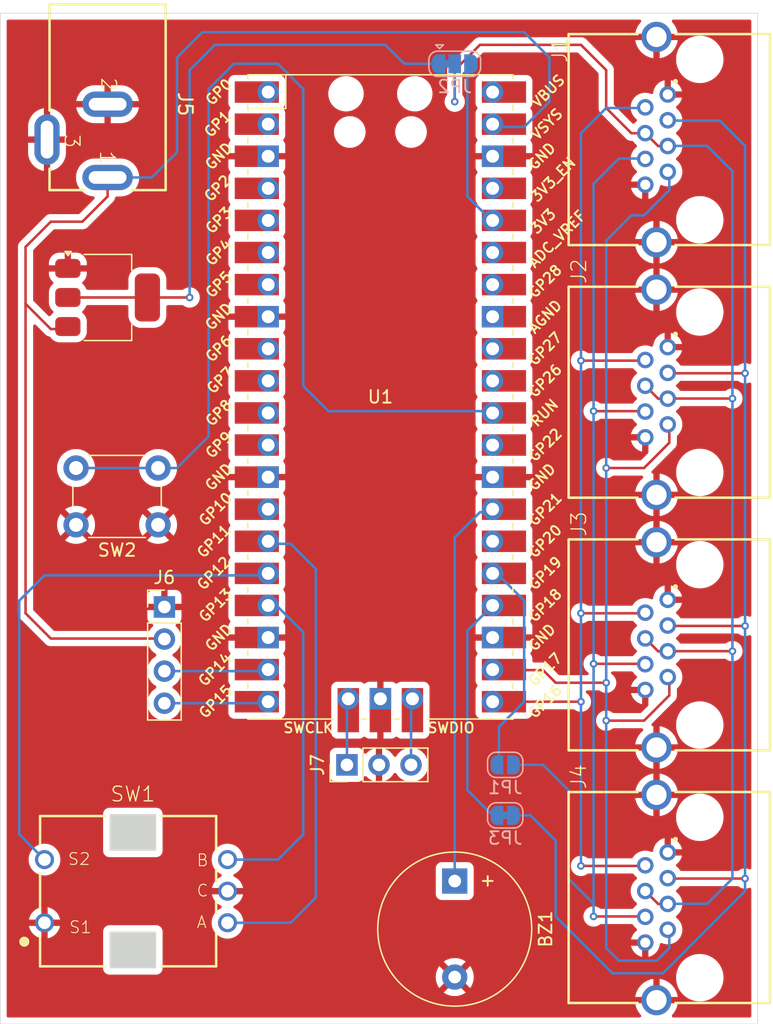
<source format=kicad_pcb>
(kicad_pcb (version 20240108) (generator "pcbnew") (generator_version "8.0")
  (title_block (title "Laser-Parkour Controller") (date "2024-08-25") (rev "01") (company "Manuel König HHN HTWG x42.space"))
  (layers (0 "F.Cu" signal) (31 "B.Cu" signal) (34 "B.Paste" user) (35 "F.Paste" user) (36 "B.SilkS" user "B.Silkscreen") (37 "F.SilkS" user "F.Silkscreen") (38 "B.Mask" user) (39 "F.Mask" user) (44 "Edge.Cuts" user))
  (net 0 "")
  (net 1 "GND")
  (net 2 "/BZ1")
  (net 3 "/SCL0")
  (net 4 "+3.3V")
  (net 5 "/AT_RS")
  (net 6 "/SDA0")
  (net 7 "Net-(JP1-B)")
  (net 8 "+5V")
  (net 9 "/SDA1")
  (net 10 "/SCL1")
  (net 11 "/RE_A")
  (net 12 "/RE_S")
  (net 13 "/RUN")
  (net 17 "Net-(J7-Pin_1)")
  (net 21 "Net-(J7-Pin_3)")
  (net 28 "unconnected-(U1-GPIO28_ADC2-Pad34)_1")
  (net 29 "/FU")
  (net 36 "+3V3")
  (net 46 "unconnected-(U1-GPIO10-Pad14)")
  (net 47 "/RE_B")
  (net 58 "Net-(JP2-A)")
  (net 59 "Net-(JP3-B)")
  (footprint "Button_Switch_THT:SW_PUSH_6mm_H4.3mm" (layer "F.Cu") (at 112.5 90.5 180)
    (property "Reference" "SW2" (at 3.25 -2 360) (layer "F.SilkS"))
    (property "Value" "SW_Push")
    (pad "1" thru_hole circle (at 0 0 270) (size 2 2) (drill 1.1) (layers "*.Cu" "*.Mask") (net 1 "GND"))
    (pad "1" thru_hole circle (at 6.5 0 270) (size 2 2) (drill 1.1) (layers "*.Cu" "*.Mask") (net 1 "GND"))
    (pad "2" thru_hole circle (at 0 4.5 270) (size 2 2) (drill 1.1) (layers "*.Cu" "*.Mask") (net 13 "/RUN"))
    (pad "2" thru_hole circle (at 6.5 4.5 270) (size 2 2) (drill 1.1) (layers "*.Cu" "*.Mask") (net 13 "/RUN"))
  )
  (footprint "Buzzer_Beeper:Buzzer_12x9.5RM7.6" (layer "F.Cu") (at 136 118.7 -90)
    (property "Reference" "BZ1" (at 3.8 -7.2 90) (layer "F.SilkS"))
    (property "Value" "Buzzer")
    (fp_text user "+" (at -0.01 -2.54 90) (layer "F.SilkS"))
    (pad "1" thru_hole rect (at 0 0 270) (size 2 2) (drill 1) (layers "*.Cu" "*.Mask") (net 2 "/BZ1"))
    (pad "2" thru_hole circle (at 7.6 0 270) (size 2 2) (drill 1) (layers "*.Cu" "*.Mask") (net 1 "GND"))
  )
  (footprint "Library:WR-MJ Modular Jack Horizontal Shielded w. EMI Panel Finger 8P8C Tab Up" (layer "F.Cu") (at 153 100 90)
    (property "Reference" "J3" (at 8.5 -6.485 90) (layer "F.SilkS") (effects (font (size 1.1684 1.1684) (thickness 0.1016)) (justify left bottom)))
    (property "Value" "RJ45")
    (pad "" np_thru_hole circle (at -6.35 2.415 90) (size 3.25 3.25) (drill 3.25) (layers "*.Cu" "*.Mask"))
    (pad "" np_thru_hole circle (at 6.35 2.415 90) (size 3.25 3.25) (drill 3.25) (layers "*.Cu" "*.Mask"))
    (pad "1" thru_hole circle (at 3.57 -0.125 90) (size 1.308 1.308) (drill 0.8) (layers "*.Cu" "*.Mask") (net 1 "GND"))
    (pad "2" thru_hole circle (at 2.55 -1.905 90) (size 1.308 1.308) (drill 0.8) (layers "*.Cu" "*.Mask") (net 6 "/SDA0"))
    (pad "3" thru_hole circle (at 1.53 -0.125 90) (size 1.308 1.308) (drill 0.8) (layers "*.Cu" "*.Mask") (net 59 "Net-(JP3-B)"))
    (pad "4" thru_hole circle (at 0.51 -1.905 90) (size 1.308 1.308) (drill 0.8) (layers "*.Cu" "*.Mask") (net 4 "+3.3V"))
    (pad "5" thru_hole circle (at -0.51 -0.125 90) (size 1.308 1.308) (drill 0.8) (layers "*.Cu" "*.Mask") (net 4 "+3.3V"))
    (pad "6" thru_hole circle (at -1.53 -1.905 90) (size 1.308 1.308) (drill 0.8) (layers "*.Cu" "*.Mask") (net 7 "Net-(JP1-B)"))
    (pad "7" thru_hole circle (at -2.55 -0.125 90) (size 1.308 1.308) (drill 0.8) (layers "*.Cu" "*.Mask") (net 3 "/SCL0"))
    (pad "8" thru_hole circle (at -3.57 -1.905 90) (size 1.308 1.308) (drill 0.8) (layers "*.Cu" "*.Mask") (net 1 "GND"))
    (pad "SH" thru_hole circle (at -8.125 -1.015 90) (size 2.4 2.4) (drill 1.6) (layers "*.Cu" "*.Mask") (net 1 "GND"))
    (pad "SH" thru_hole circle (at 8.125 -1.015 90) (size 2.4 2.4) (drill 1.6) (layers "*.Cu" "*.Mask") (net 1 "GND"))
  )
  (footprint "Connector_PinHeader_2.54mm:PinHeader_1x04_P2.54mm_Vertical" (layer "F.Cu") (at 113 97)
    (property "Reference" "J6" (at 0 -2.33 360) (layer "F.SilkS"))
    (property "Value" "Conn_01x04_Pin")
    (pad "1" thru_hole rect (at 0 0) (size 1.7 1.7) (drill 1) (layers "*.Cu" "*.Mask") (net 1 "GND"))
    (pad "2" thru_hole oval (at 0 2.54) (size 1.7 1.7) (drill 1) (layers "*.Cu" "*.Mask") (net 8 "+5V"))
    (pad "3" thru_hole oval (at 0 5.08) (size 1.7 1.7) (drill 1) (layers "*.Cu" "*.Mask") (net 9 "/SDA1"))
    (pad "4" thru_hole oval (at 0 7.62) (size 1.7 1.7) (drill 1) (layers "*.Cu" "*.Mask") (net 10 "/SCL1"))
  )
  (footprint "Library:WR-MJ Modular Jack Horizontal Shielded w. EMI Panel Finger 8P8C Tab Up" (layer "F.Cu") (at 153 120 90)
    (property "Reference" "J4" (at 8.5 -6.5 90) (layer "F.SilkS") (effects (font (size 1.1684 1.1684) (thickness 0.1016)) (justify left bottom)))
    (property "Value" "RJ45")
    (pad "" np_thru_hole circle (at -6.35 2.415 90) (size 3.25 3.25) (drill 3.25) (layers "*.Cu" "*.Mask"))
    (pad "" np_thru_hole circle (at 6.35 2.415 90) (size 3.25 3.25) (drill 3.25) (layers "*.Cu" "*.Mask"))
    (pad "1" thru_hole circle (at 3.57 -0.125 90) (size 1.308 1.308) (drill 0.8) (layers "*.Cu" "*.Mask") (net 1 "GND"))
    (pad "2" thru_hole circle (at 2.55 -1.905 90) (size 1.308 1.308) (drill 0.8) (layers "*.Cu" "*.Mask") (net 6 "/SDA0"))
    (pad "3" thru_hole circle (at 1.53 -0.125 90) (size 1.308 1.308) (drill 0.8) (layers "*.Cu" "*.Mask") (net 59 "Net-(JP3-B)"))
    (pad "4" thru_hole circle (at 0.51 -1.905 90) (size 1.308 1.308) (drill 0.8) (layers "*.Cu" "*.Mask") (net 4 "+3.3V"))
    (pad "5" thru_hole circle (at -0.51 -0.125 90) (size 1.308 1.308) (drill 0.8) (layers "*.Cu" "*.Mask") (net 4 "+3.3V"))
    (pad "6" thru_hole circle (at -1.53 -1.905 90) (size 1.308 1.308) (drill 0.8) (layers "*.Cu" "*.Mask") (net 7 "Net-(JP1-B)"))
    (pad "7" thru_hole circle (at -2.55 -0.125 90) (size 1.308 1.308) (drill 0.8) (layers "*.Cu" "*.Mask") (net 3 "/SCL0"))
    (pad "8" thru_hole circle (at -3.57 -1.905 90) (size 1.308 1.308) (drill 0.8) (layers "*.Cu" "*.Mask") (net 1 "GND"))
    (pad "SH" thru_hole circle (at -8.125 -1.015 90) (size 2.4 2.4) (drill 1.6) (layers "*.Cu" "*.Mask") (net 1 "GND"))
    (pad "SH" thru_hole circle (at 8.125 -1.015 90) (size 2.4 2.4) (drill 1.6) (layers "*.Cu" "*.Mask") (net 1 "GND"))
  )
  (footprint "Library:WR-MJ Modular Jack Horizontal Shielded w. EMI Panel Finger 8P8C Tab Up" (layer "F.Cu") (at 153 60 90)
    (property "Reference" "J1" (at 6 -8 90) (layer "F.SilkS") (effects (font (size 1.1684 1.1684) (thickness 0.1016)) (justify left bottom)))
    (property "Value" "RJ45")
    (pad "" np_thru_hole circle (at -6.35 2.415 90) (size 3.25 3.25) (drill 3.25) (layers "*.Cu" "*.Mask"))
    (pad "" np_thru_hole circle (at 6.35 2.415 90) (size 3.25 3.25) (drill 3.25) (layers "*.Cu" "*.Mask"))
    (pad "1" thru_hole circle (at 3.57 -0.125 90) (size 1.308 1.308) (drill 0.8) (layers "*.Cu" "*.Mask") (net 1 "GND"))
    (pad "2" thru_hole circle (at 2.55 -1.905 90) (size 1.308 1.308) (drill 0.8) (layers "*.Cu" "*.Mask") (net 6 "/SDA0"))
    (pad "3" thru_hole circle (at 1.53 -0.125 90) (size 1.308 1.308) (drill 0.8) (layers "*.Cu" "*.Mask") (net 59 "Net-(JP3-B)"))
    (pad "4" thru_hole circle (at 0.51 -1.905 90) (size 1.308 1.308) (drill 0.8) (layers "*.Cu" "*.Mask") (net 4 "+3.3V"))
    (pad "5" thru_hole circle (at -0.51 -0.125 90) (size 1.308 1.308) (drill 0.8) (layers "*.Cu" "*.Mask") (net 4 "+3.3V"))
    (pad "6" thru_hole circle (at -1.53 -1.905 90) (size 1.308 1.308) (drill 0.8) (layers "*.Cu" "*.Mask") (net 7 "Net-(JP1-B)"))
    (pad "7" thru_hole circle (at -2.55 -0.125 90) (size 1.308 1.308) (drill 0.8) (layers "*.Cu" "*.Mask") (net 3 "/SCL0"))
    (pad "8" thru_hole circle (at -3.57 -1.905 90) (size 1.308 1.308) (drill 0.8) (layers "*.Cu" "*.Mask") (net 1 "GND"))
    (pad "SH" thru_hole circle (at -8.125 -1.015 90) (size 2.4 2.4) (drill 1.6) (layers "*.Cu" "*.Mask") (net 1 "GND"))
    (pad "SH" thru_hole circle (at 8.125 -1.015 90) (size 2.4 2.4) (drill 1.6) (layers "*.Cu" "*.Mask") (net 1 "GND"))
  )
  (footprint "Library:RPi_Pico_SMD_TH" (layer "F.Cu") (at 130.11 80.37)
    (property "Reference" "U1" (at 0 0 0) (layer "F.SilkS"))
    (property "Value" "Pico")
    (fp_text user "GP0" (at -12.8 -24.13 45) (layer "F.SilkS") (effects (font (size 0.8 0.8))))
    (fp_text user "GP16" (at 13.054 24.13 45) (layer "F.SilkS") (effects (font (size 0.8 0.8))))
    (fp_text user "GND" (at 12.8 6.35 45) (layer "F.SilkS") (effects (font (size 0.8 0.8))))
    (fp_text user "GND" (at 12.8 19.05 45) (layer "F.SilkS") (effects (font (size 0.8 0.8))))
    (fp_text user "GP4" (at -12.8 -11.43 45) (layer "F.SilkS") (effects (font (size 0.8 0.8))))
    (fp_text user "GP22" (at 13.054 3.81 45) (layer "F.SilkS") (effects (font (size 0.8 0.8))))
    (fp_text user "GP10" (at -13.054 8.89 45) (layer "F.SilkS") (effects (font (size 0.8 0.8))))
    (fp_text user "GP15" (at -13.054 24.13 45) (layer "F.SilkS") (effects (font (size 0.8 0.8))))
    (fp_text user "GP2" (at -12.9 -16.51 45) (layer "F.SilkS") (effects (font (size 0.8 0.8))))
    (fp_text user "GP18" (at 13.054 16.51 45) (layer "F.SilkS") (effects (font (size 0.8 0.8))))
    (fp_text user "GP21" (at 13.054 8.9 45) (layer "F.SilkS") (effects (font (size 0.8 0.8))))
    (fp_text user "GP27" (at 13.054 -3.8 45) (layer "F.SilkS") (effects (font (size 0.8 0.8))))
    (fp_text user "GND" (at -12.8 19.05 45) (layer "F.SilkS") (effects (font (size 0.8 0.8))))
    (fp_text user "SWDIO" (at 5.6 26.2 0) (layer "F.SilkS") (effects (font (size 0.8 0.8))))
    (fp_text user "3V3" (at 12.9 -13.9 45) (layer "F.SilkS") (effects (font (size 0.8 0.8))))
    (fp_text user "3V3_EN" (at 13.7 -17.2 45) (layer "F.SilkS") (effects (font (size 0.8 0.8))))
    (fp_text user "GP14" (at -13.1 21.59 45) (layer "F.SilkS") (effects (font (size 0.8 0.8))))
    (fp_text user "GP3" (at -12.8 -13.97 45) (layer "F.SilkS") (effects (font (size 0.8 0.8))))
    (fp_text user "GP7" (at -12.7 -1.3 45) (layer "F.SilkS") (effects (font (size 0.8 0.8))))
    (fp_text user "GND" (at -12.8 6.35 45) (layer "F.SilkS") (effects (font (size 0.8 0.8))))
    (fp_text user "GP12" (at -13.2 13.97 45) (layer "F.SilkS") (effects (font (size 0.8 0.8))))
    (fp_text user "VSYS" (at 13.2 -21.59 45) (layer "F.SilkS") (effects (font (size 0.8 0.8))))
    (fp_text user "VBUS" (at 13.3 -24.2 45) (layer "F.SilkS") (effects (font (size 0.8 0.8))))
    (fp_text user "RUN" (at 13 1.27 45) (layer "F.SilkS") (effects (font (size 0.8 0.8))))
    (fp_text user "GP1" (at -12.9 -21.6 45) (layer "F.SilkS") (effects (font (size 0.8 0.8))))
    (fp_text user "GP6" (at -12.8 -3.81 45) (layer "F.SilkS") (effects (font (size 0.8 0.8))))
    (fp_text user "GND" (at -12.8 -19.05 45) (layer "F.SilkS") (effects (font (size 0.8 0.8))))
    (fp_text user "GP19" (at 13.054 13.97 45) (layer "F.SilkS") (effects (font (size 0.8 0.8))))
    (fp_text user "ADC_VREF" (at 14 -12.5 45) (layer "F.SilkS") (effects (font (size 0.8 0.8))))
    (fp_text user "SWCLK" (at -5.7 26.2 0) (layer "F.SilkS") (effects (font (size 0.8 0.8))))
    (fp_text user "GP13" (at -13.054 16.51 45) (layer "F.SilkS") (effects (font (size 0.8 0.8))))
    (fp_text user "GP20" (at 13.054 11.43 45) (layer "F.SilkS") (effects (font (size 0.8 0.8))))
    (fp_text user "GP5" (at -12.8 -8.89 45) (layer "F.SilkS") (effects (font (size 0.8 0.8))))
    (fp_text user "GP8" (at -12.8 1.27 45) (layer "F.SilkS") (effects (font (size 0.8 0.8))))
    (fp_text user "GP26" (at 13.054 -1.27 45) (layer "F.SilkS") (effects (font (size 0.8 0.8))))
    (fp_text user "AGND" (at 13.054 -6.35 45) (layer "F.SilkS") (effects (font (size 0.8 0.8))))
    (fp_text user "GP11" (at -13.2 11.43 45) (layer "F.SilkS") (effects (font (size 0.8 0.8))))
    (fp_text user "GP17" (at 13.054 21.59 45) (layer "F.SilkS") (effects (font (size 0.8 0.8))))
    (fp_text user "GND" (at -12.8 -6.35 45) (layer "F.SilkS") (effects (font (size 0.8 0.8))))
    (fp_text user "GP28" (at 13.054 -9.144 45) (layer "F.SilkS") (effects (font (size 0.8 0.8))))
    (fp_text user "GP9" (at -12.8 3.81 45) (layer "F.SilkS") (effects (font (size 0.8 0.8))))
    (fp_text user "GND" (at 12.8 -19.05 45) (layer "F.SilkS") (effects (font (size 0.8 0.8))))
    (pad "" np_thru_hole oval (at -2.725 -24) (size 1.8 1.8) (drill 1.8) (layers "*.Cu" "*.Mask"))
    (pad "" np_thru_hole oval (at -2.425 -20.97) (size 1.5 1.5) (drill 1.5) (layers "*.Cu" "*.Mask"))
    (pad "" np_thru_hole oval (at 2.425 -20.97) (size 1.5 1.5) (drill 1.5) (layers "*.Cu" "*.Mask"))
    (pad "" np_thru_hole oval (at 2.725 -24) (size 1.8 1.8) (drill 1.8) (layers "*.Cu" "*.Mask"))
    (pad "1" thru_hole oval (at -8.89 -24.13) (size 1.7 1.7) (drill 1.02) (layers "*.Cu" "*.Mask"))
    (pad "1" smd rect (at -8.89 -24.13) (size 3.5 1.7) (drill (offset -0.9 0)) (layers "F.Cu" "F.Mask"))
    (pad "2" thru_hole oval (at -8.89 -21.59) (size 1.7 1.7) (drill 1.02) (layers "*.Cu" "*.Mask"))
    (pad "2" smd rect (at -8.89 -21.59) (size 3.5 1.7) (drill (offset -0.9 0)) (layers "F.Cu" "F.Mask"))
    (pad "3" thru_hole rect (at -8.89 -19.05) (size 1.7 1.7) (drill 1.02) (layers "*.Cu" "*.Mask") (net 1 "GND"))
    (pad "3" smd rect (at -8.89 -19.05) (size 3.5 1.7) (drill (offset -0.9 0)) (layers "F.Cu" "F.Mask") (net 1 "GND"))
    (pad "4" thru_hole oval (at -8.89 -16.51) (size 1.7 1.7) (drill 1.02) (layers "*.Cu" "*.Mask"))
    (pad "4" smd rect (at -8.89 -16.51) (size 3.5 1.7) (drill (offset -0.9 0)) (layers "F.Cu" "F.Mask"))
    (pad "5" thru_hole oval (at -8.89 -13.97) (size 1.7 1.7) (drill 1.02) (layers "*.Cu" "*.Mask"))
    (pad "5" smd rect (at -8.89 -13.97) (size 3.5 1.7) (drill (offset -0.9 0)) (layers "F.Cu" "F.Mask"))
    (pad "6" thru_hole oval (at -8.89 -11.43) (size 1.7 1.7) (drill 1.02) (layers "*.Cu" "*.Mask"))
    (pad "6" smd rect (at -8.89 -11.43) (size 3.5 1.7) (drill (offset -0.9 0)) (layers "F.Cu" "F.Mask"))
    (pad "7" thru_hole oval (at -8.89 -8.89) (size 1.7 1.7) (drill 1.02) (layers "*.Cu" "*.Mask"))
    (pad "7" smd rect (at -8.89 -8.89) (size 3.5 1.7) (drill (offset -0.9 0)) (layers "F.Cu" "F.Mask"))
    (pad "8" thru_hole rect (at -8.89 -6.35) (size 1.7 1.7) (drill 1.02) (layers "*.Cu" "*.Mask") (net 1 "GND"))
    (pad "8" smd rect (at -8.89 -6.35) (size 3.5 1.7) (drill (offset -0.9 0)) (layers "F.Cu" "F.Mask") (net 1 "GND"))
    (pad "9" thru_hole oval (at -8.89 -3.81) (size 1.7 1.7) (drill 1.02) (layers "*.Cu" "*.Mask"))
    (pad "9" smd rect (at -8.89 -3.81) (size 3.5 1.7) (drill (offset -0.9 0)) (layers "F.Cu" "F.Mask"))
    (pad "10" thru_hole oval (at -8.89 -1.27) (size 1.7 1.7) (drill 1.02) (layers "*.Cu" "*.Mask"))
    (pad "10" smd rect (at -8.89 -1.27) (size 3.5 1.7) (drill (offset -0.9 0)) (layers "F.Cu" "F.Mask"))
    (pad "11" thru_hole oval (at -8.89 1.27) (size 1.7 1.7) (drill 1.02) (layers "*.Cu" "*.Mask"))
    (pad "11" smd rect (at -8.89 1.27) (size 3.5 1.7) (drill (offset -0.9 0)) (layers "F.Cu" "F.Mask"))
    (pad "12" thru_hole oval (at -8.89 3.81) (size 1.7 1.7) (drill 1.02) (layers "*.Cu" "*.Mask"))
    (pad "12" smd rect (at -8.89 3.81) (size 3.5 1.7) (drill (offset -0.9 0)) (layers "F.Cu" "F.Mask"))
    (pad "13" thru_hole rect (at -8.89 6.35) (size 1.7 1.7) (drill 1.02) (layers "*.Cu" "*.Mask") (net 1 "GND"))
    (pad "13" smd rect (at -8.89 6.35) (size 3.5 1.7) (drill (offset -0.9 0)) (layers "F.Cu" "F.Mask") (net 1 "GND"))
    (pad "14" thru_hole oval (at -8.89 8.89) (size 1.7 1.7) (drill 1.02) (layers "*.Cu" "*.Mask") (net 46 "unconnected-(U1-GPIO10-Pad14)"))
    (pad "14" smd rect (at -8.89 8.89) (size 3.5 1.7) (drill (offset -0.9 0)) (layers "F.Cu" "F.Mask") (net 46 "unconnected-(U1-GPIO10-Pad14)"))
    (pad "15" thru_hole oval (at -8.89 11.43) (size 1.7 1.7) (drill 1.02) (layers "*.Cu" "*.Mask") (net 11 "/RE_A"))
    (pad "15" smd rect (at -8.89 11.43) (size 3.5 1.7) (drill (offset -0.9 0)) (layers "F.Cu" "F.Mask") (net 11 "/RE_A"))
    (pad "16" thru_hole oval (at -8.89 13.97) (size 1.7 1.7) (drill 1.02) (layers "*.Cu" "*.Mask") (net 12 "/RE_S"))
    (pad "16" smd rect (at -8.89 13.97) (size 3.5 1.7) (drill (offset -0.9 0)) (layers "F.Cu" "F.Mask") (net 12 "/RE_S"))
    (pad "17" thru_hole oval (at -8.89 16.51) (size 1.7 1.7) (drill 1.02) (layers "*.Cu" "*.Mask") (net 47 "/RE_B"))
    (pad "17" smd rect (at -8.89 16.51) (size 3.5 1.7) (drill (offset -0.9 0)) (layers "F.Cu" "F.Mask") (net 47 "/RE_B"))
    (pad "18" thru_hole rect (at -8.89 19.05) (size 1.7 1.7) (drill 1.02) (layers "*.Cu" "*.Mask") (net 1 "GND"))
    (pad "18" smd rect (at -8.89 19.05) (size 3.5 1.7) (drill (offset -0.9 0)) (layers "F.Cu" "F.Mask") (net 1 "GND"))
    (pad "19" thru_hole oval (at -8.89 21.59) (size 1.7 1.7) (drill 1.02) (layers "*.Cu" "*.Mask") (net 9 "/SDA1"))
    (pad "19" smd rect (at -8.89 21.59) (size 3.5 1.7) (drill (offset -0.9 0)) (layers "F.Cu" "F.Mask") (net 9 "/SDA1"))
    (pad "20" thru_hole oval (at -8.89 24.13) (size 1.7 1.7) (drill 1.02) (layers "*.Cu" "*.Mask") (net 10 "/SCL1"))
    (pad "20" smd rect (at -8.89 24.13) (size 3.5 1.7) (drill (offset -0.9 0)) (layers "F.Cu" "F.Mask") (net 10 "/SCL1"))
    (pad "21" thru_hole oval (at 8.89 24.13) (size 1.7 1.7) (drill 1.02) (layers "*.Cu" "*.Mask") (net 6 "/SDA0"))
    (pad "21" smd rect (at 8.89 24.13) (size 3.5 1.7) (drill (offset 0.9 0)) (layers "F.Cu" "F.Mask") (net 6 "/SDA0"))
    (pad "22" thru_hole oval (at 8.89 21.59) (size 1.7 1.7) (drill 1.02) (layers "*.Cu" "*.Mask") (net 3 "/SCL0"))
    (pad "22" smd rect (at 8.89 21.59) (size 3.5 1.7) (drill (offset 0.9 0)) (layers "F.Cu" "F.Mask") (net 3 "/SCL0"))
    (pad "23" thru_hole rect (at 8.89 19.05) (size 1.7 1.7) (drill 1.02) (layers "*.Cu" "*.Mask") (net 1 "GND"))
    (pad "23" smd rect (at 8.89 19.05) (size 3.5 1.7) (drill (offset 0.9 0)) (layers "F.Cu" "F.Mask") (net 1 "GND"))
    (pad "24" thru_hole oval (at 8.89 16.51) (size 1.7 1.7) (drill 1.02) (layers "*.Cu" "*.Mask") (net 5 "/AT_RS"))
    (pad "24" smd rect (at 8.89 16.51) (size 3.5 1.7) (drill (offset 0.9 0)) (layers "F.Cu" "F.Mask") (net 5 "/AT_RS"))
    (pad "25" thru_hole oval (at 8.89 13.97) (size 1.7 1.7) (drill 1.02) (layers "*.Cu" "*.Mask") (net 29 "/FU"))
    (pad "25" smd rect (at 8.89 13.97) (size 3.5 1.7) (drill (offset 0.9 0)) (layers "F.Cu" "F.Mask") (net 29 "/FU"))
    (pad "26" thru_hole oval (at 8.89 11.43) (size 1.7 1.7) (drill 1.02) (layers "*.Cu" "*.Mask"))
    (pad "26" smd rect (at 8.89 11.43) (size 3.5 1.7) (drill (offset 0.9 0)) (layers "F.Cu" "F.Mask"))
    (pad "27" thru_hole oval (at 8.89 8.89) (size 1.7 1.7) (drill 1.02) (layers "*.Cu" "*.Mask") (net 2 "/BZ1"))
    (pad "27" smd rect (at 8.89 8.89) (size 3.5 1.7) (drill (offset 0.9 0)) (layers "F.Cu" "F.Mask") (net 2 "/BZ1"))
    (pad "28" thru_hole rect (at 8.89 6.35) (size 1.7 1.7) (drill 1.02) (layers "*.Cu" "*.Mask") (net 1 "GND"))
    (pad "28" smd rect (at 8.89 6.35) (size 3.5 1.7) (drill (offset 0.9 0)) (layers "F.Cu" "F.Mask") (net 1 "GND"))
    (pad "29" thru_hole oval (at 8.89 3.81) (size 1.7 1.7) (drill 1.02) (layers "*.Cu" "*.Mask"))
    (pad "29" smd rect (at 8.89 3.81) (size 3.5 1.7) (drill (offset 0.9 0)) (layers "F.Cu" "F.Mask"))
    (pad "30" thru_hole oval (at 8.89 1.27) (size 1.7 1.7) (drill 1.02) (layers "*.Cu" "*.Mask") (net 13 "/RUN"))
    (pad "30" smd rect (at 8.89 1.27) (size 3.5 1.7) (drill (offset 0.9 0)) (layers "F.Cu" "F.Mask") (net 13 "/RUN"))
    (pad "31" thru_hole oval (at 8.89 -1.27) (size 1.7 1.7) (drill 1.02) (layers "*.Cu" "*.Mask"))
    (pad "31" smd rect (at 8.89 -1.27) (size 3.5 1.7) (drill (offset 0.9 0)) (layers "F.Cu" "F.Mask"))
    (pad "32" thru_hole oval (at 8.89 -3.81) (size 1.7 1.7) (drill 1.02) (layers "*.Cu" "*.Mask"))
    (pad "32" smd rect (at 8.89 -3.81) (size 3.5 1.7) (drill (offset 0.9 0)) (layers "F.Cu" "F.Mask"))
    (pad "33" thru_hole rect (at 8.89 -6.35) (size 1.7 1.7) (drill 1.02) (layers "*.Cu" "*.Mask"))
    (pad "33" smd rect (at 8.89 -6.35) (size 3.5 1.7) (drill (offset 0.9 0)) (layers "F.Cu" "F.Mask"))
    (pad "34" thru_hole oval (at 8.89 -8.89) (size 1.7 1.7) (drill 1.02) (layers "*.Cu" "*.Mask") (net 28 "unconnected-(U1-GPIO28_ADC2-Pad34)_1"))
    (pad "34" smd rect (at 8.89 -8.89) (size 3.5 1.7) (drill (offset 0.9 0)) (layers "F.Cu" "F.Mask"))
    (pad "35" thru_hole oval (at 8.89 -11.43) (size 1.7 1.7) (drill 1.02) (layers "*.Cu" "*.Mask"))
    (pad "35" smd rect (at 8.89 -11.43) (size 3.5 1.7) (drill (offset 0.9 0)) (layers "F.Cu" "F.Mask"))
    (pad "36" thru_hole oval (at 8.89 -13.97) (size 1.7 1.7) (drill 1.02) (layers "*.Cu" "*.Mask") (net 36 "+3V3"))
    (pad "36" smd rect (at 8.89 -13.97) (size 3.5 1.7) (drill (offset 0.9 0)) (layers "F.Cu" "F.Mask") (net 36 "+3V3"))
    (pad "37" thru_hole oval (at 8.89 -16.51) (size 1.7 1.7) (drill 1.02) (layers "*.Cu" "*.Mask"))
    (pad "37" smd rect (at 8.89 -16.51) (size 3.5 1.7) (drill (offset 0.9 0)) (layers "F.Cu" "F.Mask"))
    (pad "38" thru_hole rect (at 8.89 -19.05) (size 1.7 1.7) (drill 1.02) (layers "*.Cu" "*.Mask") (net 1 "GND"))
    (pad "38" smd rect (at 8.89 -19.05) (size 3.5 1.7) (drill (offset 0.9 0)) (layers "F.Cu" "F.Mask") (net 1 "GND"))
    (pad "39" thru_hole oval (at 8.89 -21.59) (size 1.7 1.7) (drill 1.02) (layers "*.Cu" "*.Mask") (net 8 "+5V"))
    (pad "39" smd rect (at 8.89 -21.59) (size 3.5 1.7) (drill (offset 0.9 0)) (layers "F.Cu" "F.Mask") (net 8 "+5V"))
    (pad "40" thru_hole oval (at 8.89 -24.13) (size 1.7 1.7) (drill 1.02) (layers "*.Cu" "*.Mask"))
    (pad "40" smd rect (at 8.89 -24.13) (size 3.5 1.7) (drill (offset 0.9 0)) (layers "F.Cu" "F.Mask"))
    (pad "41" thru_hole oval (at -2.54 23.9) (size 1.7 1.7) (drill 1.02) (layers "*.Cu" "*.Mask") (net 17 "Net-(J7-Pin_1)"))
    (pad "41" smd rect (at -2.54 23.9 90) (size 3.5 1.7) (drill (offset -0.9 0)) (layers "F.Cu" "F.Mask") (net 17 "Net-(J7-Pin_1)"))
    (pad "42" thru_hole rect (at 0 23.9) (size 1.7 1.7) (drill 1.02) (layers "*.Cu" "*.Mask") (net 1 "GND"))
    (pad "42" smd rect (at 0 23.9 90) (size 3.5 1.7) (drill (offset -0.9 0)) (layers "F.Cu" "F.Mask") (net 1 "GND"))
    (pad "43" thru_hole oval (at 2.54 23.9) (size 1.7 1.7) (drill 1.02) (layers "*.Cu" "*.Mask") (net 21 "Net-(J7-Pin_3)"))
    (pad "43" smd rect (at 2.54 23.9 90) (size 3.5 1.7) (drill (offset -0.9 0)) (layers "F.Cu" "F.Mask") (net 21 "Net-(J7-Pin_3)"))
  )
  (footprint "Library:WS-ENTV_4820XX514001" (layer "F.Cu") (at 110.5 119.5)
    (property "Reference" "SW1" (at 0 -7 0) (layer "F.SilkS") (effects (font (size 1.1684 1.1684) (thickness 0.1016)) (justify bottom)))
    (property "Value" "RotaryEncoder_Switch")
    (fp_poly (pts (xy 1.85 -3.2) (xy -1.85 -3.2) (xy -1.85 -6.1) (xy 1.85 -6.1)) (fill solid) (layer "Edge.Cuts"))
    (fp_poly (pts (xy 1.85 6.1) (xy -1.85 6.1) (xy -1.85 3.2) (xy 1.85 3.2)) (fill solid) (layer "Edge.Cuts"))
    (fp_text user "S1" (at -5.1 3.4 0) (layer "F.SilkS") (effects (font (size 0.93472 0.93472) (thickness 0.08128)) (justify left bottom)))
    (fp_text user "B" (at 5 -1.9 0) (layer "F.SilkS") (effects (font (size 0.93472 0.93472) (thickness 0.08128)) (justify left bottom)))
    (fp_text user "S2" (at -5.2 -2 0) (layer "F.SilkS") (effects (font (size 0.93472 0.93472) (thickness 0.08128)) (justify left bottom)))
    (fp_text user "A" (at 5 3 0) (layer "F.SilkS") (effects (font (size 0.93472 0.93472) (thickness 0.08128)) (justify left bottom)))
    (fp_text user "C" (at 5 0.5 0) (layer "F.SilkS") (effects (font (size 0.93472 0.93472) (thickness 0.08128)) (justify left bottom)))
    (pad "A" thru_hole circle (at 7.5 2.5) (size 1.508 1.508) (drill 1) (layers "*.Cu" "*.Mask") (net 11 "/RE_A"))
    (pad "B" thru_hole circle (at 7.5 -2.5) (size 1.508 1.508) (drill 1) (layers "*.Cu" "*.Mask") (net 47 "/RE_B"))
    (pad "C" thru_hole circle (at 7.5 0) (size 1.508 1.508) (drill 1) (layers "*.Cu" "*.Mask") (net 1 "GND"))
    (pad "S1" thru_hole circle (at -7 2.5) (size 1.508 1.508) (drill 1) (layers "*.Cu" "*.Mask") (net 1 "GND"))
    (pad "S2" thru_hole circle (at -7 -2.5) (size 1.508 1.508) (drill 1) (layers "*.Cu" "*.Mask") (net 12 "/RE_S"))
  )
  (footprint "Connector_PinHeader_2.54mm:PinHeader_1x03_P2.54mm_Vertical" (layer "F.Cu") (at 127.46 109.5 90)
    (property "Reference" "J7" (at 0 -2.33 90) (layer "F.SilkS"))
    (property "Value" "Conn_01x03_Pin")
    (pad "1" thru_hole rect (at 0 0 90) (size 1.7 1.7) (drill 1) (layers "*.Cu" "*.Mask") (net 17 "Net-(J7-Pin_1)"))
    (pad "2" thru_hole oval (at 0 2.54 90) (size 1.7 1.7) (drill 1) (layers "*.Cu" "*.Mask") (net 1 "GND"))
    (pad "3" thru_hole oval (at 0 5.08 90) (size 1.7 1.7) (drill 1) (layers "*.Cu" "*.Mask") (net 21 "Net-(J7-Pin_3)"))
  )
  (footprint "Package_TO_SOT_SMD:SOT-223-3_TabPin2" (layer "F.Cu") (at 108.5 72.5)
    (property "Reference" "U2" (hide yes))
    (property "Value" "AMS1117-3.3")
    (pad "1" smd roundrect (at -3.15 -2.3) (size 2 1.5) (layers "F.Cu" "F.Paste" "F.Mask") (net 1 "GND"))
    (pad "2" smd roundrect (at -3.15 0) (size 2 1.5) (layers "F.Cu" "F.Paste" "F.Mask") (net 58 "Net-(JP2-A)"))
    (pad "2" smd roundrect (at 3.15 0) (size 2 3.8) (layers "F.Cu" "F.Paste" "F.Mask") (net 58 "Net-(JP2-A)"))
    (pad "3" smd roundrect (at -3.15 2.3) (size 2 1.5) (layers "F.Cu" "F.Paste" "F.Mask") (net 8 "+5V"))
  )
  (footprint "Library:WR-MJ Modular Jack Horizontal Shielded w. EMI Panel Finger 8P8C Tab Up" (layer "F.Cu") (at 153 80 90)
    (property "Reference" "J2" (at 8.5 -6.485 90) (layer "F.SilkS") (effects (font (size 1.1684 1.1684) (thickness 0.1016)) (justify left bottom)))
    (property "Value" "RJ45")
    (pad "" np_thru_hole circle (at -6.35 2.415 90) (size 3.25 3.25) (drill 3.25) (layers "*.Cu" "*.Mask"))
    (pad "" np_thru_hole circle (at 6.35 2.415 90) (size 3.25 3.25) (drill 3.25) (layers "*.Cu" "*.Mask"))
    (pad "1" thru_hole circle (at 3.57 -0.125 90) (size 1.308 1.308) (drill 0.8) (layers "*.Cu" "*.Mask") (net 1 "GND"))
    (pad "2" thru_hole circle (at 2.55 -1.905 90) (size 1.308 1.308) (drill 0.8) (layers "*.Cu" "*.Mask") (net 6 "/SDA0"))
    (pad "3" thru_hole circle (at 1.53 -0.125 90) (size 1.308 1.308) (drill 0.8) (layers "*.Cu" "*.Mask") (net 59 "Net-(JP3-B)"))
    (pad "4" thru_hole circle (at 0.51 -1.905 90) (size 1.308 1.308) (drill 0.8) (layers "*.Cu" "*.Mask") (net 4 "+3.3V"))
    (pad "5" thru_hole circle (at -0.51 -0.125 90) (size 1.308 1.308) (drill 0.8) (layers "*.Cu" "*.Mask") (net 4 "+3.3V"))
    (pad "6" thru_hole circle (at -1.53 -1.905 90) (size 1.308 1.308) (drill 0.8) (layers "*.Cu" "*.Mask") (net 7 "Net-(JP1-B)"))
    (pad "7" thru_hole circle (at -2.55 -0.125 90) (size 1.308 1.308) (drill 0.8) (layers "*.Cu" "*.Mask") (net 3 "/SCL0"))
    (pad "8" thru_hole circle (at -3.57 -1.905 90) (size 1.308 1.308) (drill 0.8) (layers "*.Cu" "*.Mask") (net 1 "GND"))
    (pad "SH" thru_hole circle (at -8.125 -1.015 90) (size 2.4 2.4) (drill 1.6) (layers "*.Cu" "*.Mask") (net 1 "GND"))
    (pad "SH" thru_hole circle (at 8.125 -1.015 90) (size 2.4 2.4) (drill 1.6) (layers "*.Cu" "*.Mask") (net 1 "GND"))
  )
  (footprint "Library:WR-DC DC Power Jack Right Angled (6.4)" (layer "F.Cu") (at 108.5 57.2 -90)
    (property "Reference" "J5" (at 0 -5.5 -90) (layer "F.SilkS") (effects (font (size 1.1049 1.1049) (thickness 0.1651)) (justify bottom)))
    (property "Value" "Barrel_Jack_Switch")
    (fp_text user "3" (at 2.3 3.5 -90) (layer "F.SilkS") (effects (font (size 1.1684 1.1684) (thickness 0.1016)) (justify left bottom)))
    (fp_text user "1" (at 3.6 0.7 -90) (layer "F.SilkS") (effects (font (size 1.1684 1.1684) (thickness 0.1016)) (justify left bottom)))
    (fp_text user "2" (at -2.2 0.6 -90) (layer "F.SilkS") (effects (font (size 1.1684 1.1684) (thickness 0.1016)) (justify left bottom)))
    (pad "1" thru_hole oval (at 5.8 0) (size 4 2) (drill oval 3 1) (layers "*.Cu" "*.Mask") (net 8 "+5V"))
    (pad "2" thru_hole oval (at 0 0 180) (size 4 2) (drill oval 3 1) (layers "*.Cu" "*.Mask") (net 1 "GND"))
    (pad "3" thru_hole oval (at 2.8 4.8 90) (size 4 2) (drill oval 3 1) (layers "*.Cu" "*.Mask") (net 1 "GND"))
  )
  (footprint "Jumper:SolderJumper-2_P1.3mm_Open_RoundedPad1.0x1.5mm" (layer "B.Cu") (at 140 109.5)
    (property "Reference" "JP1" (at 0 1.8 360) (layer "B.SilkS") (effects (justify mirror)))
    (property "Value" "Jumper_2_Open")
    (pad "1" smd custom (at -0.65 0) (size 1 0.5) (layers "B.Cu" "B.Mask") (net 29 "/FU") (options (clearance outline) (anchor rect)) (primitives (gr_circle (center 0 -0.25) (end 0.5 -0.25) (width 0) (fill yes)) (gr_circle (center 0 0.25) (end 0.5 0.25) (width 0) (fill yes)) (gr_poly (pts (xy 0.5 -0.75) (xy 0 -0.75) (xy 0 0.75) (xy 0.5 0.75)) (width 0) (fill yes))))
    (pad "2" smd custom (at 0.65 0) (size 1 0.5) (layers "B.Cu" "B.Mask") (net 7 "Net-(JP1-B)") (options (clearance outline) (anchor rect)) (primitives (gr_circle (center 0 -0.25) (end 0.5 -0.25) (width 0) (fill yes)) (gr_circle (center 0 0.25) (end 0.5 0.25) (width 0) (fill yes)) (gr_poly (pts (xy 0 -0.75) (xy -0.5 -0.75) (xy -0.5 0.75) (xy 0 0.75)) (width 0) (fill yes))))
  )
  (footprint "Jumper:SolderJumper-2_P1.3mm_Bridged_RoundedPad1.0x1.5mm" (layer "B.Cu") (at 140 113.5)
    (property "Reference" "JP3" (at 0 1.8 0) (layer "B.SilkS") (effects (justify mirror)))
    (property "Value" "Jumper_2_Bridged")
    (fp_poly (pts (xy 0.25 0.3) (xy -0.25 0.3) (xy -0.25 -0.3) (xy 0.25 -0.3)) (fill solid) (layer "B.Cu"))
    (pad "1" smd custom (at -0.65 0) (size 1 0.5) (layers "B.Cu" "B.Mask") (net 5 "/AT_RS") (options (clearance outline) (anchor rect)) (primitives (gr_circle (center 0 -0.25) (end 0.5 -0.25) (width 0) (fill yes)) (gr_circle (center 0 0.25) (end 0.5 0.25) (width 0) (fill yes)) (gr_poly (pts (xy 0.5 -0.75) (xy 0 -0.75) (xy 0 0.75) (xy 0.5 0.75)) (width 0) (fill yes))))
    (pad "2" smd custom (at 0.65 0) (size 1 0.5) (layers "B.Cu" "B.Mask") (net 59 "Net-(JP3-B)") (options (clearance outline) (anchor rect)) (primitives (gr_circle (center 0 -0.25) (end 0.5 -0.25) (width 0) (fill yes)) (gr_circle (center 0 0.25) (end 0.5 0.25) (width 0) (fill yes)) (gr_poly (pts (xy 0 -0.75) (xy -0.5 -0.75) (xy -0.5 0.75) (xy 0 0.75)) (width 0) (fill yes))))
  )
  (footprint "Jumper:SolderJumper-3_P1.3mm_Bridged12_RoundedPad1.0x1.5mm" (layer "B.Cu") (at 136 54)
    (property "Reference" "JP2" (at 0 1.8 360) (layer "B.SilkS") (effects (justify mirror)))
    (property "Value" "Jumper_3_Bridged12")
    (fp_poly (pts (xy -0.9 0.3) (xy -0.4 0.3) (xy -0.4 -0.3) (xy -0.9 -0.3)) (fill solid) (layer "B.Cu"))
    (pad "1" smd custom (at -1.3 0) (size 1 0.5) (layers "B.Cu" "B.Mask") (net 58 "Net-(JP2-A)") (options (clearance outline) (anchor rect)) (primitives (gr_circle (center 0 -0.25) (end 0.5 -0.25) (width 0) (fill yes)) (gr_circle (center 0 0.25) (end 0.5 0.25) (width 0) (fill yes)) (gr_poly (pts (xy 0.55 -0.75) (xy 0 -0.75) (xy 0 0.75) (xy 0.55 0.75)) (width 0) (fill yes))))
    (pad "2" smd rect (at 0 0) (size 1 1.5) (layers "B.Cu" "B.Mask") (net 4 "+3.3V"))
    (pad "3" smd custom (at 1.3 0) (size 1 0.5) (layers "B.Cu" "B.Mask") (net 36 "+3V3") (options (clearance outline) (anchor rect)) (primitives (gr_circle (center 0 -0.25) (end 0.5 -0.25) (width 0) (fill yes)) (gr_circle (center 0 0.25) (end 0.5 0.25) (width 0) (fill yes)) (gr_poly (pts (xy 0 -0.75) (xy -0.55 -0.75) (xy -0.55 0.75) (xy 0 0.75)) (width 0) (fill yes))))
  )
  (gr_rect (start 100 50) (end 160 130) (stroke (width 0.05)) (fill none) (layer "Edge.Cuts"))
  (segment (start 151.095 63.57) (end 151.025 63.5) (width 0.2) (layer "B.Cu") (net 1))
  (segment (start 136 91.5) (end 138 89.5) (width 0.2) (layer "B.Cu") (net 2))
  (segment (start 138.76 89.5) (end 138 89.5) (width 0.2) (layer "B.Cu") (net 2))
  (segment (start 136 91.5) (end 136 118.7) (width 0.2) (layer "B.Cu") (net 2))
  (segment (start 139 89.26) (end 138.76 89.5) (width 0.2) (layer "B.Cu") (net 2))
  (segment (start 153 82.675) (end 153 84) (width 0.2) (layer "F.Cu") (net 3))
  (segment (start 151 106) (end 148 106) (width 0.2) (layer "F.Cu") (net 3))
  (segment (start 152.875 82.55) (end 153 82.675) (width 0.2) (layer "F.Cu") (net 3))
  (segment (start 151 86) (end 148 86) (width 0.2) (layer "F.Cu") (net 3))
  (segment (start 153 84) (end 151 86) (width 0.2) (layer "F.Cu") (net 3))
  (segment (start 153 102.675) (end 153 104) (width 0.2) (layer "F.Cu") (net 3))
  (segment (start 139.04 102) (end 143 102) (width 0.2) (layer "F.Cu") (net 3))
  (segment (start 139 101.96) (end 139.04 102) (width 0.2) (layer "F.Cu") (net 3))
  (segment (start 143 102) (end 144 103) (width 0.2) (layer "F.Cu") (net 3))
  (segment (start 153 104) (end 151 106) (width 0.2) (layer "F.Cu") (net 3))
  (segment (start 144 103) (end 148 103) (width 0.2) (layer "F.Cu") (net 3))
  (segment (start 152.875 102.55) (end 153 102.675) (width 0.2) (layer "F.Cu") (net 3))
  (via (at 148 103) (size 0.6) (drill 0.3) (layers "F.Cu" "B.Cu") (net 3))
  (via (at 148 106) (size 0.6) (drill 0.3) (layers "F.Cu" "B.Cu") (net 3))
  (via (at 148 86) (size 0.6) (drill 0.3) (layers "F.Cu" "B.Cu") (net 3))
  (segment (start 148 71) (end 148 83.5) (width 0.2) (layer "B.Cu") (net 3))
  (segment (start 150 66) (end 148 68) (width 0.2) (layer "B.Cu") (net 3))
  (segment (start 148 68) (end 148 71) (width 0.2) (layer "B.Cu") (net 3))
  (segment (start 148 124) (end 148 86) (width 0.2) (layer "B.Cu") (net 3))
  (segment (start 152 125) (end 149 125) (width 0.2) (layer "B.Cu") (net 3))
  (segment (start 152.875 62.55) (end 153 62.675) (width 0.2) (layer "B.Cu") (net 3))
  (segment (start 148 83.5) (end 148 86) (width 0.2) (layer "B.Cu") (net 3))
  (segment (start 153 122.675) (end 153 124) (width 0.2) (layer "B.Cu") (net 3))
  (segment (start 152.875 122.55) (end 153 122.675) (width 0.2) (layer "B.Cu") (net 3))
  (segment (start 153 64) (end 151 66) (width 0.2) (layer "B.Cu") (net 3))
  (segment (start 149 125) (end 148 124) (width 0.2) (layer "B.Cu") (net 3))
  (segment (start 151 66) (end 150 66) (width 0.2) (layer "B.Cu") (net 3))
  (segment (start 153 124) (end 152 125) (width 0.2) (layer "B.Cu") (net 3))
  (segment (start 153 62.675) (end 153 64) (width 0.2) (layer "B.Cu") (net 3))
  (segment (start 151.095 79.49) (end 152.115 80.51) (width 0.2) (layer "F.Cu") (net 4))
  (segment (start 151.095 59.49) (end 152.115 60.51) (width 0.2) (layer "F.Cu") (net 4))
  (segment (start 152.875 100.51) (end 152.885 100.5) (width 0.2) (layer "F.Cu") (net 4))
  (segment (start 151.095 59.49) (end 151.085 59.5) (width 0.2) (layer "F.Cu") (net 4))
  (segment (start 151.095 99.49) (end 152.115 100.51) (width 0.2) (layer "F.Cu") (net 4))
  (segment (start 152.115 100.51) (end 152.875 100.51) (width 0.2) (layer "F.Cu") (net 4))
  (segment (start 152.885 100.5) (end 158 100.5) (width 0.2) (layer "F.Cu") (net 4))
  (segment (start 138 52.5) (end 136 54.5) (width 0.2) (layer "F.Cu") (net 4))
  (segment (start 148 54.5) (end 146 52.5) (width 0.2) (layer "F.Cu") (net 4))
  (segment (start 148 57.5) (end 148 54.5) (width 0.2) (layer "F.Cu") (net 4))
  (segment (start 151.095 119.49) (end 152.115 120.51) (width 0.2) (layer "F.Cu") (net 4))
  (segment (start 152.875 80.51) (end 152.885 80.5) (width 0.2) (layer "F.Cu") (net 4))
  (segment (start 151.085 59.5) (end 150 59.5) (width 0.2) (layer "F.Cu") (net 4))
  (segment (start 136 54.5) (end 136 57) (width 0.2) (layer "F.Cu") (net 4))
  (segment (start 146 52.5) (end 138 52.5) (width 0.2) (layer "F.Cu") (net 4))
  (segment (start 152.115 120.51) (end 152.875 120.51) (width 0.2) (layer "F.Cu") (net 4))
  (segment (start 150 59.5) (end 148 57.5) (width 0.2) (layer "F.Cu") (net 4))
  (segment (start 152.115 60.51) (end 152.875 60.51) (width 0.2) (layer "F.Cu") (net 4))
  (segment (start 152.115 80.51) (end 152.875 80.51) (width 0.2) (layer "F.Cu") (net 4))
  (segment (start 152.885 80.5) (end 158 80.5) (width 0.2) (layer "F.Cu") (net 4))
  (via (at 158 80.5) (size 0.6) (drill 0.3) (layers "F.Cu" "B.Cu") (net 4))
  (via (at 136 57) (size 0.6) (drill 0.3) (layers "F.Cu" "B.Cu") (net 4))
  (via (at 158 100.5) (size 0.6) (drill 0.3) (layers "F.Cu" "B.Cu") (net 4))
  (segment (start 158 118.5) (end 156 120.5) (width 0.2) (layer "B.Cu") (net 4))
  (segment (start 152.885 120.5) (end 152.875 120.51) (width 0.2) (layer "B.Cu") (net 4))
  (segment (start 158 80.5) (end 158 82.5) (width 0.2) (layer "B.Cu") (net 4))
  (segment (start 156 120.5) (end 152.885 120.5) (width 0.2) (layer "B.Cu") (net 4))
  (segment (start 152.885 60.5) (end 156 60.5) (width 0.2) (layer "B.Cu") (net 4))
  (segment (start 158 70.5) (end 158 80.5) (width 0.2) (layer "B.Cu") (net 4))
  (segment (start 158 86.5) (end 158 100.5) (width 0.2) (layer "B.Cu") (net 4))
  (segment (start 158 62.5) (end 158 70.5) (width 0.2) (layer "B.Cu") (net 4))
  (segment (start 156 60.5) (end 158 62.5) (width 0.2) (layer "B.Cu") (net 4))
  (segment (start 158 102.5) (end 158 118.5) (width 0.2) (layer "B.Cu") (net 4))
  (segment (start 152.875 60.51) (end 152.885 60.5) (width 0.2) (layer "B.Cu") (net 4))
  (segment (start 158 82.5) (end 158 86.5) (width 0.2) (layer "B.Cu") (net 4))
  (segment (start 158 100.5) (end 158 102.5) (width 0.2) (layer "B.Cu") (net 4))
  (segment (start 136 54) (end 136 57) (width 0.2) (layer "B.Cu") (net 4))
  (segment (start 139 113.5) (end 137 111.5) (width 0.2) (layer "B.Cu") (net 5))
  (segment (start 137 111.5) (end 137 98.88) (width 0.2) (layer "B.Cu") (net 5))
  (segment (start 139.35 113.5) (end 139 113.5) (width 0.2) (layer "B.Cu") (net 5))
  (segment (start 137 98.88) (end 139 96.88) (width 0.2) (layer "B.Cu") (net 5))
  (segment (start 151.045 117.5) (end 146 117.5) (width 0.2) (layer "F.Cu") (net 6))
  (segment (start 150 97.5) (end 148 97.5) (width 0.2) (layer "F.Cu") (net 6))
  (segment (start 151.095 97.45) (end 151.045 97.5) (width 0.2) (layer "F.Cu") (net 6))
  (segment (start 151.045 77.5) (end 146 77.5) (width 0.2) (layer "F.Cu") (net 6))
  (segment (start 139 104.5) (end 146 104.5) (width 0.2) (layer "F.Cu") (net 6))
  (segment (start 151.095 77.45) (end 151.045 77.5) (width 0.2) (layer "F.Cu") (net 6))
  (segment (start 148 97.5) (end 146 97.5) (width 0.2) (layer "F.Cu") (net 6))
  (segment (start 151.095 117.45) (end 151.045 117.5) (width 0.2) (layer "F.Cu") (net 6))
  (segment (start 151.045 97.5) (end 150 97.5) (width 0.2) (layer "F.Cu") (net 6))
  (via (at 146 104.5) (size 0.6) (drill 0.3) (layers "F.Cu" "B.Cu") (net 6))
  (via (at 146 77.5) (size 0.6) (drill 0.3) (layers "F.Cu" "B.Cu") (net 6))
  (via (at 146 117.5) (size 0.6) (drill 0.3) (layers "F.Cu" "B.Cu") (net 6))
  (via (at 146 97.5) (size 0.6) (drill 0.3) (layers "F.Cu" "B.Cu") (net 6))
  (segment (start 146 101) (end 146 109) (width 0.2) (layer "B.Cu") (net 6))
  (segment (start 146 88) (end 146 101) (width 0.2) (layer "B.Cu") (net 6))
  (segment (start 146 77.5) (end 146 79.5) (width 0.2) (layer "B.Cu") (net 6))
  (segment (start 146 79.5) (end 146 88) (width 0.2) (layer "B.Cu") (net 6))
  (segment (start 146 109) (end 146 117.5) (width 0.2) (layer "B.Cu") (net 6))
  (segment (start 146 59.5) (end 146 77.5) (width 0.2) (layer "B.Cu") (net 6))
  (segment (start 148 57.5) (end 146 59.5) (width 0.2) (layer "B.Cu") (net 6))
  (segment (start 151.045 57.5) (end 148 57.5) (width 0.2) (layer "B.Cu") (net 6))
  (segment (start 151.095 81.53) (end 151.065 81.5) (width 0.2) (layer "F.Cu") (net 7))
  (segment (start 151.065 101.5) (end 147 101.5) (width 0.2) (layer "F.Cu") (net 7))
  (segment (start 151.065 81.5) (end 147 81.5) (width 0.2) (layer "F.Cu") (net 7))
  (segment (start 151.095 101.53) (end 151.065 101.5) (width 0.2) (layer "F.Cu") (net 7))
  (segment (start 151.095 121.53) (end 151.065 121.5) (width 0.2) (layer "F.Cu") (net 7))
  (segment (start 151.065 121.5) (end 147 121.5) (width 0.2) (layer "F.Cu") (net 7))
  (via (at 147 81.5) (size 0.6) (drill 0.3) (layers "F.Cu" "B.Cu") (net 7))
  (via (at 147 121.5) (size 0.6) (drill 0.3) (layers "F.Cu" "B.Cu") (net 7))
  (via (at 147 101.5) (size 0.6) (drill 0.3) (layers "F.Cu" "B.Cu") (net 7))
  (segment (start 147 88.5) (end 147 101.5) (width 0.2) (layer "B.Cu") (net 7))
  (segment (start 147 81.5) (end 147 83.5) (width 0.2) (layer "B.Cu") (net 7))
  (segment (start 150 61.5) (end 149 61.5) (width 0.2) (layer "B.Cu") (net 7))
  (segment (start 147 63.5) (end 147 68) (width 0.2) (layer "B.Cu") (net 7))
  (segment (start 145 118.5) (end 145 111.5) (width 0.2) (layer "B.Cu") (net 7))
  (segment (start 145 111.5) (end 143 109.5) (width 0.2) (layer "B.Cu") (net 7))
  (segment (start 151.065 61.5) (end 150 61.5) (width 0.2) (layer "B.Cu") (net 7))
  (segment (start 147 120.5) (end 145 118.5) (width 0.2) (layer "B.Cu") (net 7))
  (segment (start 149 61.5) (end 147 63.5) (width 0.2) (layer "B.Cu") (net 7))
  (segment (start 147 101.5) (end 147 120.5) (width 0.2) (layer "B.Cu") (net 7))
  (segment (start 143 109.5) (end 140.65 109.5) (width 0.2) (layer "B.Cu") (net 7))
  (segment (start 147 83.5) (end 147 88.5) (width 0.2) (layer "B.Cu") (net 7))
  (segment (start 147 120.5) (end 147 121.5) (width 0.2) (layer "B.Cu") (net 7))
  (segment (start 147 68) (end 147 81.5) (width 0.2) (layer "B.Cu") (net 7))
  (segment (start 151.095 61.53) (end 151.065 61.5) (width 0.2) (layer "B.Cu") (net 7))
  (segment (start 104 75) (end 105.15 75) (width 0.2) (layer "F.Cu") (net 8))
  (segment (start 104 66.5) (end 106.5 66.5) (width 0.2) (layer "F.Cu") (net 8))
  (segment (start 108.5 64.5) (end 106.5 66.5) (width 0.2) (layer "F.Cu") (net 8))
  (segment (start 108.5 64.5) (end 108.5 63) (width 0.2) (layer "F.Cu") (net 8))
  (segment (start 112.96 99.5) (end 113 99.54) (width 0.2) (layer "F.Cu") (net 8))
  (segment (start 104 99.5) (end 112.96 99.5) (width 0.2) (layer "F.Cu") (net 8))
  (segment (start 102 73) (end 102 68.5) (width 0.2) (layer "F.Cu") (net 8))
  (segment (start 102 73) (end 102 97.5) (width 0.2) (layer "F.Cu") (net 8))
  (segment (start 105.15 75) (end 105.35 74.8) (width 0.2) (layer "F.Cu") (net 8))
  (segment (start 104 66.5) (end 102 68.5) (width 0.2) (layer "F.Cu") (net 8))
  (segment (start 102 73) (end 104 75) (width 0.2) (layer "F.Cu") (net 8))
  (segment (start 102 97.5) (end 104 99.5) (width 0.2) (layer "F.Cu") (net 8))
  (segment (start 139.22 59) (end 139 58.78) (width 0.2) (layer "B.Cu") (net 8))
  (segment (start 141.5 51.5) (end 143.5 53.5) (width 0.2) (layer "B.Cu") (net 8))
  (segment (start 141.5 59) (end 139.22 59) (width 0.2) (layer "B.Cu") (net 8))
  (segment (start 116 51.5) (end 141.5 51.5) (width 0.2) (layer "B.Cu") (net 8))
  (segment (start 112 63) (end 114 61) (width 0.2) (layer "B.Cu") (net 8))
  (segment (start 114 53.5) (end 116 51.5) (width 0.2) (layer "B.Cu") (net 8))
  (segment (start 114 61) (end 114 53.5) (width 0.2) (layer "B.Cu") (net 8))
  (segment (start 143.5 53.5) (end 143.5 57) (width 0.2) (layer "B.Cu") (net 8))
  (segment (start 143.5 57) (end 141.5 59) (width 0.2) (layer "B.Cu") (net 8))
  (segment (start 108.5 63) (end 112 63) (width 0.2) (layer "B.Cu") (net 8))
  (segment (start 113 102.08) (end 121.1 102.08) (width 0.2) (layer "B.Cu") (net 9))
  (segment (start 121.1 102.08) (end 121.22 101.96) (width 0.2) (layer "B.Cu") (net 9))
  (segment (start 121.1 104.62) (end 121.22 104.5) (width 0.2) (layer "B.Cu") (net 10))
  (segment (start 113 104.62) (end 121.1 104.62) (width 0.2) (layer "B.Cu") (net 10))
  (segment (start 125 94) (end 123 92) (width 0.2) (layer "B.Cu") (net 11))
  (segment (start 121.22 91.8) (end 121.42 92) (width 0.2) (layer "B.Cu") (net 11))
  (segment (start 123 122) (end 118 122) (width 0.2) (layer "B.Cu") (net 11))
  (segment (start 125 120) (end 123 122) (width 0.2) (layer "B.Cu") (net 11))
  (segment (start 121.42 92) (end 123 92) (width 0.2) (layer "B.Cu") (net 11))
  (segment (start 125 94) (end 125 120) (width 0.2) (layer "B.Cu") (net 11))
  (segment (start 121 94) (end 121.11 93.89) (width 0.2) (layer "F.Cu") (net 12))
  (segment (start 101.5 115) (end 101.5 96.5) (width 0.2) (layer "B.Cu") (net 12))
  (segment (start 121.06 94.5) (end 121.22 94.34) (width 0.2) (layer "B.Cu") (net 12))
  (segment (start 101.5 115) (end 103.5 117) (width 0.2) (layer "B.Cu") (net 12))
  (segment (start 101.5 96.5) (end 103.5 94.5) (width 0.2) (layer "B.Cu") (net 12))
  (segment (start 103.5 94.5) (end 121.06 94.5) (width 0.2) (layer "B.Cu") (net 12))
  (segment (start 124 56) (end 124 79.5) (width 0.2) (layer "B.Cu") (net 13))
  (segment (start 118.5 54) (end 122 54) (width 0.2) (layer "B.Cu") (net 13))
  (segment (start 116.5 83.5) (end 116.5 56) (width 0.2) (layer "B.Cu") (net 13))
  (segment (start 126 81.5) (end 138.86 81.5) (width 0.2) (layer "B.Cu") (net 13))
  (segment (start 124 79.5) (end 126 81.5) (width 0.2) (layer "B.Cu") (net 13))
  (segment (start 122 54) (end 124 56) (width 0.2) (layer "B.Cu") (net 13))
  (segment (start 116.5 56) (end 118.5 54) (width 0.2) (layer "B.Cu") (net 13))
  (segment (start 106 86) (end 112.5 86) (width 0.2) (layer "B.Cu") (net 13))
  (segment (start 112.5 86) (end 114 86) (width 0.2) (layer "B.Cu") (net 13))
  (segment (start 138.86 81.5) (end 139 81.64) (width 0.2) (layer "B.Cu") (net 13))
  (segment (start 114 86) (end 116.5 83.5) (width 0.2) (layer "B.Cu") (net 13))
  (segment (start 127.46 109.5) (end 127.46 104.37) (width 0.2) (layer "B.Cu") (net 17))
  (segment (start 132.54 109.5) (end 132.54 104.37) (width 0.2) (layer "B.Cu") (net 21))
  (segment (start 139.16 71.3) (end 138.89 71.03) (width 0.2) (layer "B.Cu") (net 28))
  (segment (start 139.5 109.35) (end 139.5 106.5) (width 0.2) (layer "B.Cu") (net 29))
  (segment (start 139.34 94.34) (end 141.5 96.5) (width 0.2) (layer "B.Cu") (net 29))
  (segment (start 141.5 96.5) (end 141.5 104.5) (width 0.2) (layer "B.Cu") (net 29))
  (segment (start 139.35 109.5) (end 139.5 109.35) (width 0.2) (layer "B.Cu") (net 29))
  (segment (start 139.5 106.5) (end 141.5 104.5) (width 0.2) (layer "B.Cu") (net 29))
  (segment (start 139 94.34) (end 139.34 94.34) (width 0.2) (layer "B.Cu") (net 29))
  (segment (start 138.9 66.4) (end 139 66.4) (width 0.2) (layer "B.Cu") (net 36))
  (segment (start 137 64.5) (end 138.9 66.4) (width 0.2) (layer "B.Cu") (net 36))
  (segment (start 137 64.5) (end 137 54.3) (width 0.2) (layer "B.Cu") (net 36))
  (segment (start 137 54.3) (end 137.3 54) (width 0.2) (layer "B.Cu") (net 36))
  (segment (start 120.98 89.5) (end 121.22 89.26) (width 0.2) (layer "B.Cu") (net 46))
  (segment (start 124 115) (end 122 117) (width 0.2) (layer "B.Cu") (net 47))
  (segment (start 122 117) (end 118 117) (width 0.2) (layer "B.Cu") (net 47))
  (segment (start 124 99) (end 122 97) (width 0.2) (layer "B.Cu") (net 47))
  (segment (start 121.22 96.88) (end 121.34 97) (width 0.2) (layer "B.Cu") (net 47))
  (segment (start 121.34 97) (end 122 97) (width 0.2) (layer "B.Cu") (net 47))
  (segment (start 124 99) (end 124 115) (width 0.2) (layer "B.Cu") (net 47))
  (segment (start 111.65 72.5) (end 115 72.5) (width 0.2) (layer "F.Cu") (net 58))
  (segment (start 105.35 72.5) (end 111.65 72.5) (width 0.2) (layer "F.Cu") (net 58))
  (via (at 115 72.5) (size 0.6) (drill 0.3) (layers "F.Cu" "B.Cu") (net 58))
  (segment (start 130.5 52.5) (end 117 52.5) (width 0.2) (layer "B.Cu") (net 58))
  (segment (start 132 54) (end 130.5 52.5) (width 0.2) (layer "B.Cu") (net 58))
  (segment (start 134.7 54) (end 132 54) (width 0.2) (layer "B.Cu") (net 58))
  (segment (start 115 54.5) (end 117 52.5) (width 0.2) (layer "B.Cu") (net 58))
  (segment (start 115 54.5) (end 115 72.5) (width 0.2) (layer "B.Cu") (net 58))
  (segment (start 152.875 78.47) (end 152.905 78.5) (width 0.2) (layer "F.Cu") (net 59))
  (segment (start 157 98.5) (end 152.905 98.5) (width 0.2) (layer "F.Cu") (net 59))
  (segment (start 152.905 98.5) (end 152.875 98.47) (width 0.2) (layer "F.Cu") (net 59))
  (segment (start 157 98.5) (end 159 98.5) (width 0.2) (layer "F.Cu") (net 59))
  (segment (start 152.905 78.5) (end 159 78.5) (width 0.2) (layer "F.Cu") (net 59))
  (segment (start 157 118.5) (end 152.905 118.5) (width 0.2) (layer "F.Cu") (net 59))
  (segment (start 157 118.5) (end 159 118.5) (width 0.2) (layer "F.Cu") (net 59))
  (segment (start 152.905 118.5) (end 152.875 118.47) (width 0.2) (layer "F.Cu") (net 59))
  (via (at 159 78.5) (size 0.6) (drill 0.3) (layers "F.Cu" "B.Cu") (net 59))
  (via (at 159 98.5) (size 0.6) (drill 0.3) (layers "F.Cu" "B.Cu") (net 59))
  (via (at 159 118.5) (size 0.6) (drill 0.3) (layers "F.Cu" "B.Cu") (net 59))
  (segment (start 159 119.5) (end 152.5 126) (width 0.2) (layer "B.Cu") (net 59))
  (segment (start 144 121.5) (end 144 115.5) (width 0.2) (layer "B.Cu") (net 59))
  (segment (start 157 58.5) (end 159 60.5) (width 0.2) (layer "B.Cu") (net 59))
  (segment (start 152.905 58.5) (end 157 58.5) (width 0.2) (layer "B.Cu") (net 59))
  (segment (start 159 78.5) (end 159 118.5) (width 0.2) (layer "B.Cu") (net 59))
  (segment (start 152.5 126) (end 148.5 126) (width 0.2) (layer "B.Cu") (net 59))
  (segment (start 148.5 126) (end 144 121.5) (width 0.2) (layer "B.Cu") (net 59))
  (segment (start 159 118.5) (end 159 119.5) (width 0.2) (layer "B.Cu") (net 59))
  (segment (start 152.875 58.47) (end 152.905 58.5) (width 0.2) (layer "B.Cu") (net 59))
  (segment (start 159 64) (end 159 78.5) (width 0.2) (layer "B.Cu") (net 59))
  (segment (start 142 113.5) (end 140.65 113.5) (width 0.2) (layer "B.Cu") (net 59))
  (segment (start 159 60.5) (end 159 64) (width 0.2) (layer "B.Cu") (net 59))
  (segment (start 144 115.5) (end 142 113.5) (width 0.2) (layer "B.Cu") (net 59))
  (zone (net 1) (net_name "GND") (layer "F.Cu") (connect_pads (clearance 0.5)) (min_thickness 0.25) (fill yes (thermal_gap 0.5) (thermal_bridge_width 0.5))
    (polygon (pts (xy 160 50) (xy 100 50) (xy 100 130) (xy 160 130)))
  )
)
</source>
